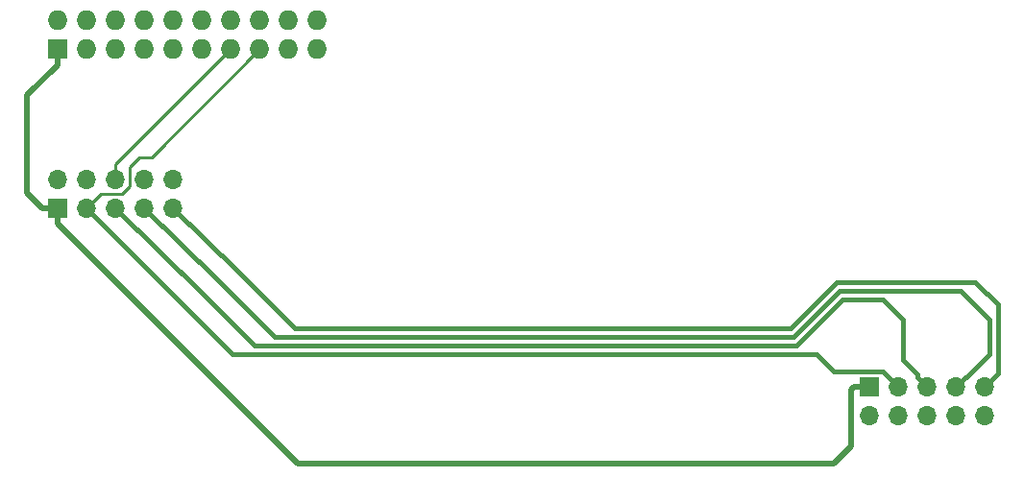
<source format=gbr>
G04 #@! TF.GenerationSoftware,KiCad,Pcbnew,5.1.5+dfsg1-2*
G04 #@! TF.CreationDate,2020-01-29T19:29:29+03:00*
G04 #@! TF.ProjectId,test-jig,74657374-2d6a-4696-972e-6b696361645f,rev?*
G04 #@! TF.SameCoordinates,Original*
G04 #@! TF.FileFunction,Copper,L1,Top*
G04 #@! TF.FilePolarity,Positive*
%FSLAX46Y46*%
G04 Gerber Fmt 4.6, Leading zero omitted, Abs format (unit mm)*
G04 Created by KiCad (PCBNEW 5.1.5+dfsg1-2) date 2020-01-29 19:29:29*
%MOMM*%
%LPD*%
G04 APERTURE LIST*
%ADD10O,1.700000X1.700000*%
%ADD11R,1.700000X1.700000*%
%ADD12R,1.727200X1.727200*%
%ADD13O,1.727200X1.727200*%
%ADD14C,0.508000*%
%ADD15C,0.381000*%
%ADD16C,0.254000*%
G04 APERTURE END LIST*
D10*
X193093300Y-94320600D03*
X193093300Y-91780600D03*
X190553300Y-94320600D03*
X190553300Y-91780600D03*
X188013300Y-94320600D03*
X188013300Y-91780600D03*
X185473300Y-94320600D03*
X185473300Y-91780600D03*
X182933300Y-94320600D03*
D11*
X182933300Y-91780600D03*
D10*
X121540000Y-73460000D03*
X121540000Y-76000000D03*
X119000000Y-73460000D03*
X119000000Y-76000000D03*
X116460000Y-73460000D03*
X116460000Y-76000000D03*
X113920000Y-73460000D03*
X113920000Y-76000000D03*
X111380000Y-73460000D03*
D11*
X111380000Y-76000000D03*
D12*
X111380000Y-62000000D03*
D13*
X111380000Y-59460000D03*
X113920000Y-62000000D03*
X113920000Y-59460000D03*
X116460000Y-62000000D03*
X116460000Y-59460000D03*
X119000000Y-62000000D03*
X119000000Y-59460000D03*
X121540000Y-62000000D03*
X121540000Y-59460000D03*
X124080000Y-62000000D03*
X124080000Y-59460000D03*
X126620000Y-62000000D03*
X126620000Y-59460000D03*
X129160000Y-62000000D03*
X129160000Y-59460000D03*
X131700000Y-62000000D03*
X131700000Y-59460000D03*
X134240000Y-62000000D03*
X134240000Y-59460000D03*
D14*
X111380000Y-77358000D02*
X111380000Y-76000000D01*
X132574000Y-98552000D02*
X111380000Y-77358000D01*
X182933300Y-91780600D02*
X181575300Y-91780600D01*
X181575300Y-91780600D02*
X181356000Y-91999900D01*
X181356000Y-91999900D02*
X181356000Y-97028000D01*
X179832000Y-98552000D02*
X132574000Y-98552000D01*
X181356000Y-97028000D02*
X179832000Y-98552000D01*
X111380000Y-63371600D02*
X108712000Y-66039600D01*
X111380000Y-62000000D02*
X111380000Y-63371600D01*
X110022000Y-76000000D02*
X111380000Y-76000000D01*
X108712000Y-74690000D02*
X110022000Y-76000000D01*
X108712000Y-66039600D02*
X108712000Y-74690000D01*
D15*
X185473300Y-91780600D02*
X184116700Y-90424000D01*
X184116700Y-90424000D02*
X179832000Y-90424000D01*
X179832000Y-90424000D02*
X178308000Y-88900000D01*
X126820000Y-88900000D02*
X113920000Y-76000000D01*
X178308000Y-88900000D02*
X126820000Y-88900000D01*
D16*
X119659000Y-71501000D02*
X129160000Y-62000000D01*
X118618000Y-71501000D02*
X117729000Y-72390000D01*
X118618000Y-71501000D02*
X119659000Y-71501000D01*
X113920000Y-76000000D02*
X115180500Y-74739500D01*
X115180500Y-74739500D02*
X117030500Y-74739500D01*
X117030500Y-74739500D02*
X117729000Y-74041000D01*
X117729000Y-74041000D02*
X117729000Y-72390000D01*
D15*
X187163301Y-90930601D02*
X187163301Y-90643301D01*
X187163301Y-90643301D02*
X185928000Y-89408000D01*
X188013300Y-91780600D02*
X187163301Y-90930601D01*
X185928000Y-89408000D02*
X185928000Y-85852000D01*
X184150000Y-84074000D02*
X180594000Y-84074000D01*
X185928000Y-85852000D02*
X184150000Y-84074000D01*
X180594000Y-84074000D02*
X176530000Y-88138000D01*
X176530000Y-88138000D02*
X128778000Y-88138000D01*
X128778000Y-88138000D02*
X124206000Y-83566000D01*
X124206000Y-83566000D02*
X116460000Y-76000000D01*
D16*
X116460000Y-72160000D02*
X126620000Y-62000000D01*
X116460000Y-73460000D02*
X116460000Y-72160000D01*
D15*
X180340000Y-83312000D02*
X176276000Y-87376000D01*
X190553300Y-91780600D02*
X191403299Y-90930601D01*
X191403299Y-90930601D02*
X191517399Y-90930601D01*
X176276000Y-87376000D02*
X130556000Y-87376000D01*
X191517399Y-90930601D02*
X193548000Y-88900000D01*
X125476000Y-82296000D02*
X119000000Y-76000000D01*
X130556000Y-87376000D02*
X125476000Y-82296000D01*
X191008000Y-83312000D02*
X180340000Y-83312000D01*
X193548000Y-88900000D02*
X193548000Y-85852000D01*
X193548000Y-85852000D02*
X191008000Y-83312000D01*
X127254000Y-81534000D02*
X121540000Y-76000000D01*
X132334000Y-86614000D02*
X127254000Y-81534000D01*
X176022000Y-86614000D02*
X132334000Y-86614000D01*
X192278000Y-82550000D02*
X180086000Y-82550000D01*
X194252950Y-84524950D02*
X192278000Y-82550000D01*
X180086000Y-82550000D02*
X176022000Y-86614000D01*
X194252950Y-90620950D02*
X194252950Y-84524950D01*
X193093300Y-91780600D02*
X194252950Y-90620950D01*
M02*

</source>
